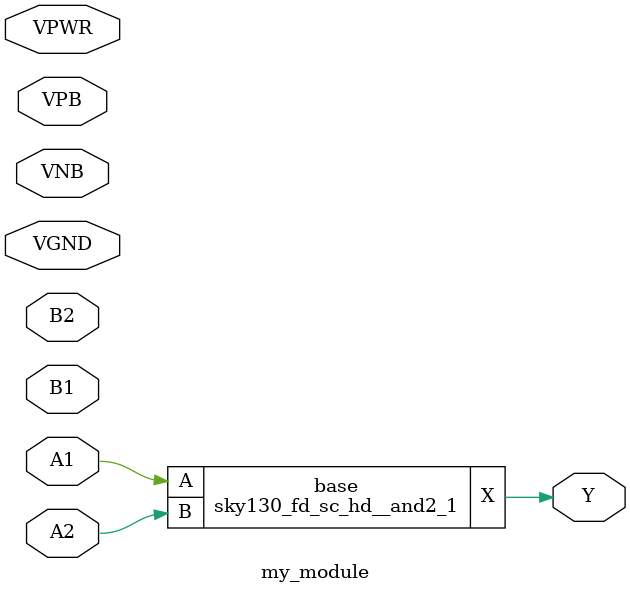
<source format=v>

module sky130_fd_sc_hd__and2_1 (
    A,
    B,
    X
);

    input  A;
    input  B;
    output X;

    wire _TECHMAP_FAIL_ = A && B;

    assign X = _TECHMAP_FAIL_;

endmodule

module my_module (
    Y   ,
    A1  ,
    A2  ,
    B1  ,
    B2  ,
    VPWR,
    VGND,
    VPB ,
    VNB
);

    output Y   ;
    input  A1  ;
    input  A2  ;
    input  B1  ;
    input  B2  ;
    input  VPWR;
    input  VGND;
    input  VPB ;
    input  VNB ;

    sky130_fd_sc_hd__and2_1 base (
        .A(A1),
        .B(A2),
        .X(Y)
    );

endmodule

</source>
